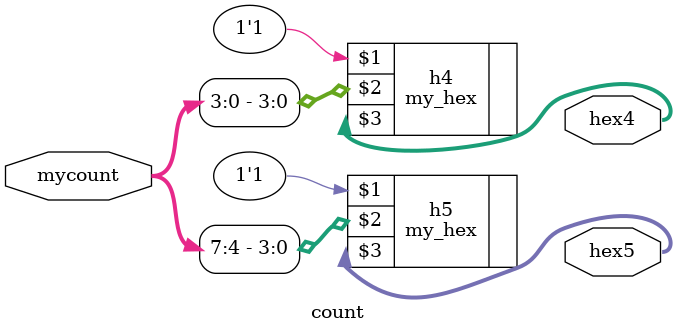
<source format=v>
module count(mycount, hex4, hex5);
	input [7:0]mycount;
	output [6:0]hex4, hex5;
	
	my_hex h4(1'b1, mycount[3:0], hex4);
	my_hex h5(1'b1, mycount[7:4], hex5);
	
endmodule

</source>
